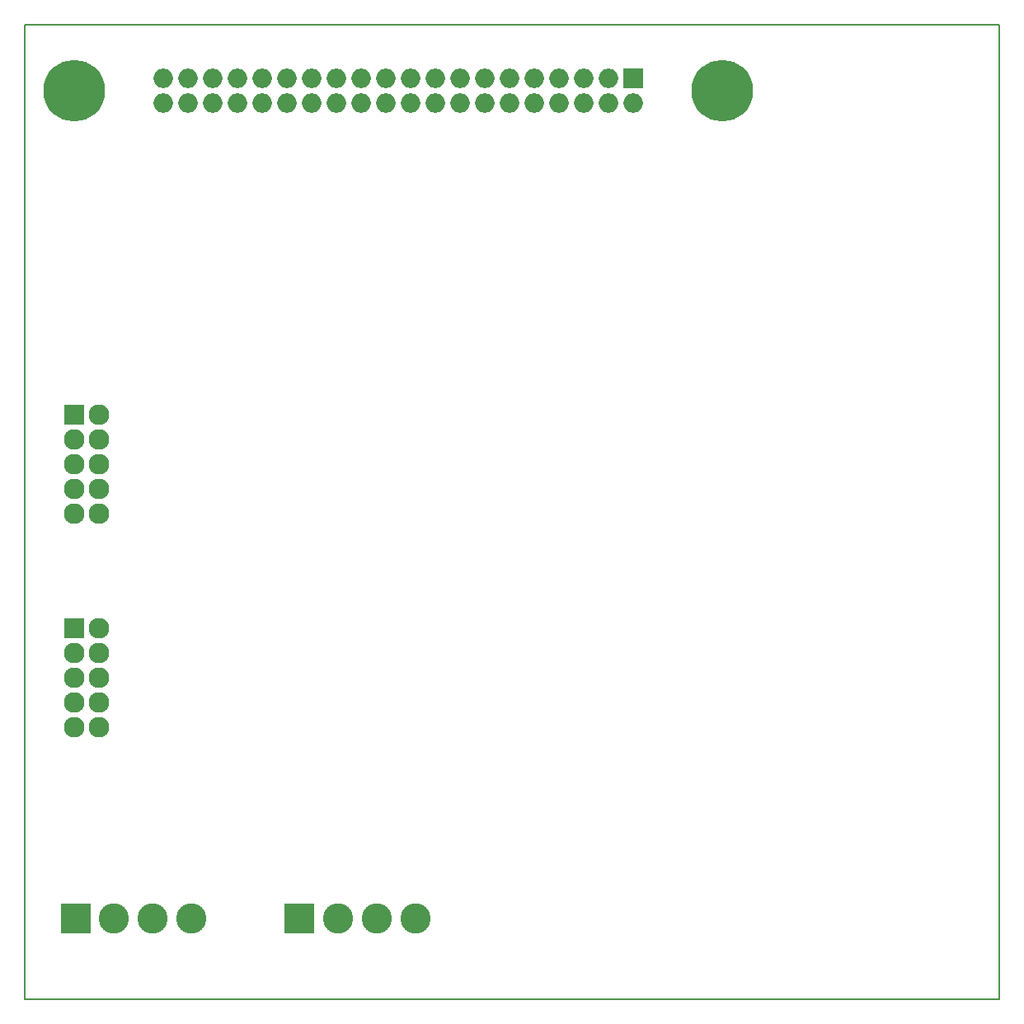
<source format=gbr>
%TF.GenerationSoftware,KiCad,Pcbnew,4.0.7*%
%TF.CreationDate,2018-06-26T23:45:36-04:00*%
%TF.ProjectId,column_driver,636F6C756D6E5F6472697665722E6B69,rev?*%
%TF.FileFunction,Soldermask,Bot*%
%FSLAX46Y46*%
G04 Gerber Fmt 4.6, Leading zero omitted, Abs format (unit mm)*
G04 Created by KiCad (PCBNEW 4.0.7) date Tuesday, June 26, 2018 'PMt' 11:45:36 PM*
%MOMM*%
%LPD*%
G01*
G04 APERTURE LIST*
%ADD10C,0.100000*%
%ADD11C,0.150000*%
%ADD12R,3.100000X3.100000*%
%ADD13C,3.100000*%
%ADD14R,2.127200X2.127200*%
%ADD15O,2.127200X2.127200*%
%ADD16R,2.000000X2.000000*%
%ADD17O,2.000000X2.000000*%
%ADD18C,6.324600*%
G04 APERTURE END LIST*
D10*
D11*
X25000000Y-25000000D02*
X25000000Y-125000000D01*
X25000000Y-125000000D02*
X125000000Y-125000000D01*
X125000000Y-25000000D02*
X125000000Y-125000000D01*
X25000000Y-25000000D02*
X125000000Y-25000000D01*
D12*
X30180000Y-116713000D03*
D13*
X34140000Y-116713000D03*
X38100000Y-116713000D03*
X42060000Y-116713000D03*
D12*
X53190000Y-116713000D03*
D13*
X57150000Y-116713000D03*
X61110000Y-116713000D03*
X65070000Y-116713000D03*
D14*
X30000000Y-65000000D03*
D15*
X32540000Y-65000000D03*
X30000000Y-67540000D03*
X32540000Y-67540000D03*
X30000000Y-70080000D03*
X32540000Y-70080000D03*
X30000000Y-72620000D03*
X32540000Y-72620000D03*
X30000000Y-75160000D03*
X32540000Y-75160000D03*
D14*
X30022800Y-86969600D03*
D15*
X32562800Y-86969600D03*
X30022800Y-89509600D03*
X32562800Y-89509600D03*
X30022800Y-92049600D03*
X32562800Y-92049600D03*
X30022800Y-94589600D03*
X32562800Y-94589600D03*
X30022800Y-97129600D03*
X32562800Y-97129600D03*
D16*
X87404000Y-30480000D03*
D17*
X87404000Y-33020000D03*
X84864000Y-30480000D03*
X84864000Y-33020000D03*
X82324000Y-30480000D03*
X82324000Y-33020000D03*
X79784000Y-30480000D03*
X79784000Y-33020000D03*
X77244000Y-30480000D03*
X77244000Y-33020000D03*
X74704000Y-30480000D03*
X74704000Y-33020000D03*
X72164000Y-30480000D03*
X72164000Y-33020000D03*
X69624000Y-30480000D03*
X69624000Y-33020000D03*
X67084000Y-30480000D03*
X67084000Y-33020000D03*
X64544000Y-30480000D03*
X64544000Y-33020000D03*
X62004000Y-30480000D03*
X62004000Y-33020000D03*
X59464000Y-30480000D03*
X59464000Y-33020000D03*
X56924000Y-30480000D03*
X56924000Y-33020000D03*
X54384000Y-30480000D03*
X54384000Y-33020000D03*
X51844000Y-30480000D03*
X51844000Y-33020000D03*
X49304000Y-30480000D03*
X49304000Y-33020000D03*
X46764000Y-30480000D03*
X46764000Y-33020000D03*
X44224000Y-30480000D03*
X44224000Y-33020000D03*
X41684000Y-30480000D03*
X41684000Y-33020000D03*
X39144000Y-30480000D03*
X39144000Y-33020000D03*
D18*
X96548000Y-31750000D03*
X30000000Y-31750000D03*
M02*

</source>
